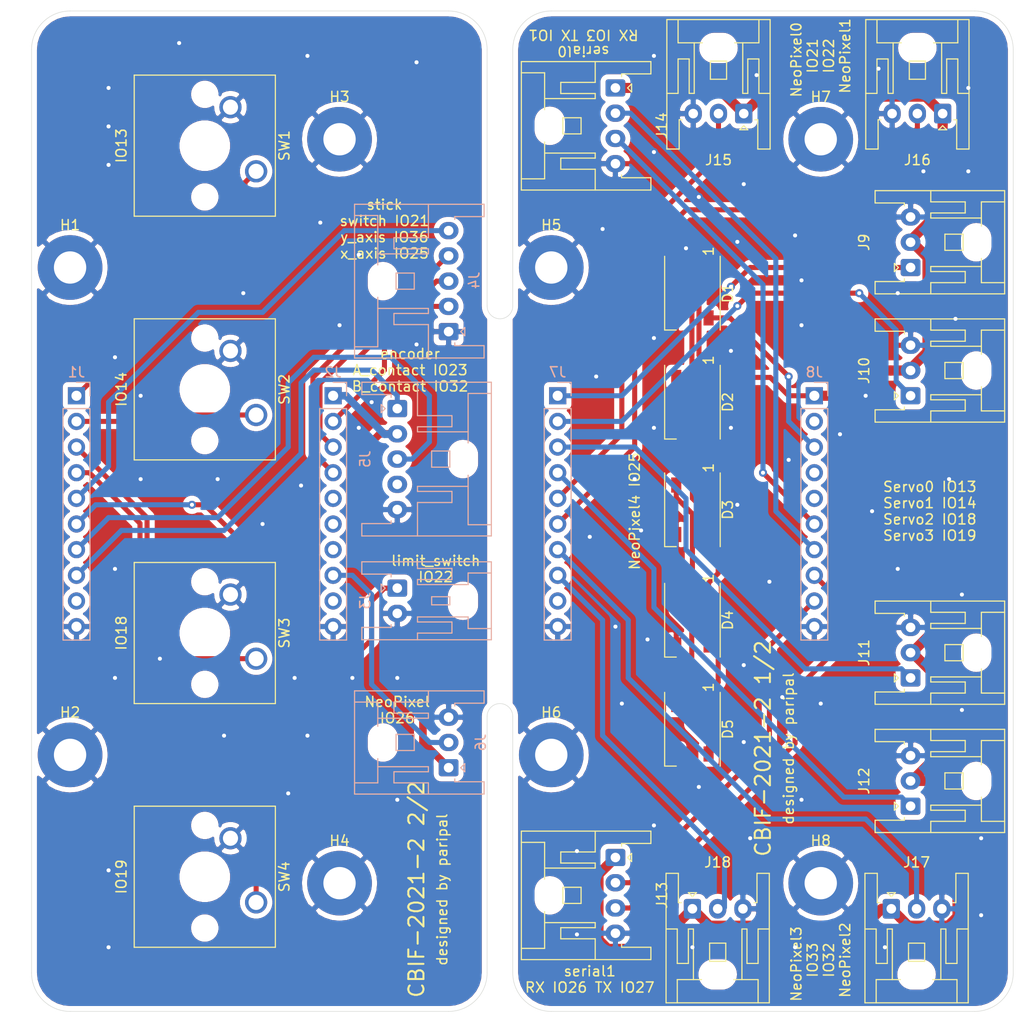
<source format=kicad_pcb>
(kicad_pcb (version 20171130) (host pcbnew "(5.1.5)-3")
  (layers (0 F.Cu signal) (31 B.Cu signal) (34 B.Paste user) (35 F.Paste user) (36 B.SilkS user) (37 F.SilkS user) (38 B.Mask user) (39 F.Mask user) (44 Edge.Cuts user))
  (net 0 "")
  (net 1 GND)
  (net 2 digital8_nc1)
  (net 3 digital7_encoder_b)
  (net 4 digital6_encoder_a)
  (net 5 digital5_lmtsw)
  (net 6 digital4_stick_sw)
  (net 7 digital3_key3)
  (net 8 digital2_key2)
  (net 9 digital1_key1)
  (net 10 digital0_key0)
  (net 11 serial1_TX_nc1)
  (net 12 serial1_RX_as_digital_neopixel)
  (net 13 serial0_TX_nc1)
  (net 14 serial0_RX_nc1)
  (net 15 analog2_pedal)
  (net 16 analog1_stick_y)
  (net 17 analog0_stick_x)
  (net 18 +3V3)
  (net 19 +5V)
  (net 20 "Net-(J5-Pad4)")
  (net 21 +5VA)
  (net 22 "Net-(D1-Pad2)")
  (net 23 analog0_neopixel4)
  (net 24 GNDA)
  (net 25 "Net-(D2-Pad2)")
  (net 26 "Net-(D3-Pad2)")
  (net 27 "Net-(D4-Pad2)")
  (net 28 "Net-(D5-Pad2)")
  (net 29 digital8_nc2)
  (net 30 digital7_neopixel3)
  (net 31 digital6_neopixel2)
  (net 32 digital5_neopixel1)
  (net 33 digital4_neopixel0)
  (net 34 digital3_sv3)
  (net 35 digital2_sv2)
  (net 36 digital1_sv1)
  (net 37 digital0_sv0)
  (net 38 serial1_TX_CAN)
  (net 39 serial1_RX_CAN)
  (net 40 serial0_TX_serial)
  (net 41 serial0_RX_serial)
  (net 42 analog2_nc2)
  (net 43 analog1_nc2)
  (net 44 +3.3VA)
  (module Connector_JST:JST_XA_S03B-XASK-1_1x03_P2.50mm_Horizontal (layer F.Cu) (at 124.46 114.3)
    (fp_text reference J18 (at 2.5 -4.6) (layer F.SilkS))
    (fp_text value Conn_01x03_Female)
    (pad "" np_thru_hole oval (at 2.5 6.5) (size 2.8 2) (drill oval 2.8 2) (layers *.Cu *.Mask))
    (pad 3 thru_hole oval (at 5 0) (size 1.7 1.95) (drill 0.95) (layers *.Cu *.Mask) (net 24 GNDA))
    (pad 2 thru_hole oval (at 2.5 0) (size 1.7 1.95) (drill 0.95) (layers *.Cu *.Mask) (net 30 digital7_neopixel3))
    (pad 1 thru_hole roundrect (at 0 0) (size 1.7 1.95) (drill 0.95) (layers *.Cu *.Mask) (roundrect_rratio 0.147059) (net 21 +5VA))
  )
  (module Connector_JST:JST_XA_S03B-XASK-1_1x03_P2.50mm_Horizontal (layer F.Cu) (at 144.145 114.3)
    (fp_text reference J17 (at 2.5 -4.6) (layer F.SilkS))
    (fp_text value Conn_01x03_Female)
    (pad "" np_thru_hole oval (at 2.5 6.5) (size 2.8 2) (drill oval 2.8 2) (layers *.Cu *.Mask))
    (pad 3 thru_hole oval (at 5 0) (size 1.7 1.95) (drill 0.95) (layers *.Cu *.Mask) (net 24 GNDA))
    (pad 2 thru_hole oval (at 2.5 0) (size 1.7 1.95) (drill 0.95) (layers *.Cu *.Mask) (net 31 digital6_neopixel2))
    (pad 1 thru_hole roundrect (at 0 0) (size 1.7 1.95) (drill 0.95) (layers *.Cu *.Mask) (roundrect_rratio 0.147059) (net 21 +5VA))
  )
  (module Connector_JST:JST_XA_S03B-XASK-1_1x03_P2.50mm_Horizontal (layer F.Cu) (at 149.225 35.56 180)
    (fp_text reference J16 (at 2.5 -4.6) (layer F.SilkS))
    (fp_text value Conn_01x03_Female)
    (pad "" np_thru_hole oval (at 2.5 6.5 180) (size 2.8 2) (drill oval 2.8 2) (layers *.Cu *.Mask))
    (pad 3 thru_hole oval (at 5 0 180) (size 1.7 1.95) (drill 0.95) (layers *.Cu *.Mask) (net 24 GNDA))
    (pad 2 thru_hole oval (at 2.5 0 180) (size 1.7 1.95) (drill 0.95) (layers *.Cu *.Mask) (net 32 digital5_neopixel1))
    (pad 1 thru_hole roundrect (at 0 0 180) (size 1.7 1.95) (drill 0.95) (layers *.Cu *.Mask) (roundrect_rratio 0.147059) (net 21 +5VA))
  )
  (module Connector_JST:JST_XA_S03B-XASK-1_1x03_P2.50mm_Horizontal (layer F.Cu) (at 129.54 35.56 180)
    (fp_text reference J15 (at 2.5 -4.6) (layer F.SilkS))
    (fp_text value Conn_01x03_Female)
    (pad "" np_thru_hole oval (at 2.5 6.5 180) (size 2.8 2) (drill oval 2.8 2) (layers *.Cu *.Mask))
    (pad 3 thru_hole oval (at 5 0 180) (size 1.7 1.95) (drill 0.95) (layers *.Cu *.Mask) (net 24 GNDA))
    (pad 2 thru_hole oval (at 2.5 0 180) (size 1.7 1.95) (drill 0.95) (layers *.Cu *.Mask) (net 33 digital4_neopixel0))
    (pad 1 thru_hole roundrect (at 0 0 180) (size 1.7 1.95) (drill 0.95) (layers *.Cu *.Mask) (roundrect_rratio 0.147059) (net 21 +5VA))
  )
  (module Connector_JST:JST_XA_S04B-XASK-1_1x04_P2.50mm_Horizontal (layer F.Cu) (at 116.84 33.02 270)
    (fp_text reference J14 (at 3.75 -4.6 90) (layer F.SilkS))
    (fp_text value Conn_01x04_Female)
    (pad "" np_thru_hole oval (at 3.75 6.5 270) (size 2.8 2) (drill oval 2.8 2) (layers *.Cu *.Mask))
    (pad 4 thru_hole oval (at 7.5 0 270) (size 1.7 1.95) (drill 0.95) (layers *.Cu *.Mask) (net 24 GNDA))
    (pad 3 thru_hole oval (at 5 0 270) (size 1.7 1.95) (drill 0.95) (layers *.Cu *.Mask) (net 41 serial0_RX_serial))
    (pad 2 thru_hole oval (at 2.5 0 270) (size 1.7 1.95) (drill 0.95) (layers *.Cu *.Mask) (net 40 serial0_TX_serial))
    (pad 1 thru_hole roundrect (at 0 0 270) (size 1.7 1.95) (drill 0.95) (layers *.Cu *.Mask) (roundrect_rratio 0.147059) (net 21 +5VA))
  )
  (module Connector_JST:JST_XA_S04B-XASK-1_1x04_P2.50mm_Horizontal (layer F.Cu) (at 116.84 109.22 270)
    (fp_text reference J13 (at 3.75 -4.6 90) (layer F.SilkS))
    (fp_text value Conn_01x04_Female)
    (pad "" np_thru_hole oval (at 3.75 6.5 270) (size 2.8 2) (drill oval 2.8 2) (layers *.Cu *.Mask))
    (pad 4 thru_hole oval (at 7.5 0 270) (size 1.7 1.95) (drill 0.95) (layers *.Cu *.Mask) (net 24 GNDA))
    (pad 3 thru_hole oval (at 5 0 270) (size 1.7 1.95) (drill 0.95) (layers *.Cu *.Mask) (net 39 serial1_RX_CAN))
    (pad 2 thru_hole oval (at 2.5 0 270) (size 1.7 1.95) (drill 0.95) (layers *.Cu *.Mask) (net 38 serial1_TX_CAN))
    (pad 1 thru_hole roundrect (at 0 0 270) (size 1.7 1.95) (drill 0.95) (layers *.Cu *.Mask) (roundrect_rratio 0.147059) (net 21 +5VA))
  )
  (module Connector_JST:JST_XA_S03B-XASK-1_1x03_P2.50mm_Horizontal (layer F.Cu) (at 146.05 104.14 90)
    (fp_text reference J12 (at 2.5 -4.6 90) (layer F.SilkS))
    (fp_text value Conn_01x03_Female)
    (pad "" np_thru_hole oval (at 2.5 6.5 90) (size 2.8 2) (drill oval 2.8 2) (layers *.Cu *.Mask))
    (pad 3 thru_hole oval (at 5 0 90) (size 1.7 1.95) (drill 0.95) (layers *.Cu *.Mask) (net 24 GNDA))
    (pad 2 thru_hole oval (at 2.5 0 90) (size 1.7 1.95) (drill 0.95) (layers *.Cu *.Mask) (net 21 +5VA))
    (pad 1 thru_hole roundrect (at 0 0 90) (size 1.7 1.95) (drill 0.95) (layers *.Cu *.Mask) (roundrect_rratio 0.147059) (net 34 digital3_sv3))
  )
  (module Connector_JST:JST_XA_S03B-XASK-1_1x03_P2.50mm_Horizontal (layer F.Cu) (at 146.05 91.44 90)
    (fp_text reference J11 (at 2.5 -4.6 90) (layer F.SilkS))
    (fp_text value Conn_01x03_Female)
    (pad "" np_thru_hole oval (at 2.5 6.5 90) (size 2.8 2) (drill oval 2.8 2) (layers *.Cu *.Mask))
    (pad 3 thru_hole oval (at 5 0 90) (size 1.7 1.95) (drill 0.95) (layers *.Cu *.Mask) (net 24 GNDA))
    (pad 2 thru_hole oval (at 2.5 0 90) (size 1.7 1.95) (drill 0.95) (layers *.Cu *.Mask) (net 21 +5VA))
    (pad 1 thru_hole roundrect (at 0 0 90) (size 1.7 1.95) (drill 0.95) (layers *.Cu *.Mask) (roundrect_rratio 0.147059) (net 35 digital2_sv2))
  )
  (module Connector_JST:JST_XA_S03B-XASK-1_1x03_P2.50mm_Horizontal (layer F.Cu) (at 146.05 63.5 90)
    (fp_text reference J10 (at 2.5 -4.6 90) (layer F.SilkS))
    (fp_text value Conn_01x03_Female)
    (pad "" np_thru_hole oval (at 2.5 6.5 90) (size 2.8 2) (drill oval 2.8 2) (layers *.Cu *.Mask))
    (pad 3 thru_hole oval (at 5 0 90) (size 1.7 1.95) (drill 0.95) (layers *.Cu *.Mask) (net 24 GNDA))
    (pad 2 thru_hole oval (at 2.5 0 90) (size 1.7 1.95) (drill 0.95) (layers *.Cu *.Mask) (net 21 +5VA))
    (pad 1 thru_hole roundrect (at 0 0 90) (size 1.7 1.95) (drill 0.95) (layers *.Cu *.Mask) (roundrect_rratio 0.147059) (net 36 digital1_sv1))
  )
  (module Connector_JST:JST_XA_S03B-XASK-1_1x03_P2.50mm_Horizontal (layer F.Cu) (at 146.05 50.8 90)
    (fp_text reference J9 (at 2.5 -4.6 90) (layer F.SilkS))
    (fp_text value Conn_01x03_Female)
    (pad "" np_thru_hole oval (at 2.5 6.5 90) (size 2.8 2) (drill oval 2.8 2) (layers *.Cu *.Mask))
    (pad 3 thru_hole oval (at 5 0 90) (size 1.7 1.95) (drill 0.95) (layers *.Cu *.Mask) (net 24 GNDA))
    (pad 2 thru_hole oval (at 2.5 0 90) (size 1.7 1.95) (drill 0.95) (layers *.Cu *.Mask) (net 21 +5VA))
    (pad 1 thru_hole roundrect (at 0 0 90) (size 1.7 1.95) (drill 0.95) (layers *.Cu *.Mask) (roundrect_rratio 0.147059) (net 37 digital0_sv0))
  )
  (module Connector_PinHeader_2.54mm:PinHeader_1x10_P2.54mm_Vertical (layer B.Cu) (at 136.525 63.5 180)
    (fp_text reference J8 (at 0 2.33) (layer B.SilkS) (effects (justify mirror)))
    (fp_text value Conn_01x10_Male)
    (pad 10 thru_hole oval (at 0 -22.86 180) (size 1.7 1.7) (drill 1) (layers *.Cu *.Mask) (net 24 GNDA))
    (pad 9 thru_hole oval (at 0 -20.32 180) (size 1.7 1.7) (drill 1) (layers *.Cu *.Mask) (net 38 serial1_TX_CAN))
    (pad 8 thru_hole oval (at 0 -17.78 180) (size 1.7 1.7) (drill 1) (layers *.Cu *.Mask) (net 39 serial1_RX_CAN))
    (pad 7 thru_hole oval (at 0 -15.24 180) (size 1.7 1.7) (drill 1) (layers *.Cu *.Mask) (net 40 serial0_TX_serial))
    (pad 6 thru_hole oval (at 0 -12.7 180) (size 1.7 1.7) (drill 1) (layers *.Cu *.Mask) (net 41 serial0_RX_serial))
    (pad 5 thru_hole oval (at 0 -10.16 180) (size 1.7 1.7) (drill 1) (layers *.Cu *.Mask) (net 42 analog2_nc2))
    (pad 4 thru_hole oval (at 0 -7.62 180) (size 1.7 1.7) (drill 1) (layers *.Cu *.Mask) (net 43 analog1_nc2))
    (pad 3 thru_hole oval (at 0 -5.08 180) (size 1.7 1.7) (drill 1) (layers *.Cu *.Mask) (net 23 analog0_neopixel4))
    (pad 2 thru_hole oval (at 0 -2.54 180) (size 1.7 1.7) (drill 1) (layers *.Cu *.Mask) (net 44 +3.3VA))
    (pad 1 thru_hole rect (at 0 0 180) (size 1.7 1.7) (drill 1) (layers *.Cu *.Mask) (net 21 +5VA))
  )
  (module Connector_PinHeader_2.54mm:PinHeader_1x10_P2.54mm_Vertical (layer B.Cu) (at 111.125 63.5 180)
    (fp_text reference J7 (at 0 2.33) (layer B.SilkS) (effects (justify mirror)))
    (fp_text value Conn_01x10_Male)
    (pad 10 thru_hole oval (at 0 -22.86 180) (size 1.7 1.7) (drill 1) (layers *.Cu *.Mask) (net 24 GNDA))
    (pad 9 thru_hole oval (at 0 -20.32 180) (size 1.7 1.7) (drill 1) (layers *.Cu *.Mask) (net 29 digital8_nc2))
    (pad 8 thru_hole oval (at 0 -17.78 180) (size 1.7 1.7) (drill 1) (layers *.Cu *.Mask) (net 30 digital7_neopixel3))
    (pad 7 thru_hole oval (at 0 -15.24 180) (size 1.7 1.7) (drill 1) (layers *.Cu *.Mask) (net 31 digital6_neopixel2))
    (pad 6 thru_hole oval (at 0 -12.7 180) (size 1.7 1.7) (drill 1) (layers *.Cu *.Mask) (net 32 digital5_neopixel1))
    (pad 5 thru_hole oval (at 0 -10.16 180) (size 1.7 1.7) (drill 1) (layers *.Cu *.Mask) (net 33 digital4_neopixel0))
    (pad 4 thru_hole oval (at 0 -7.62 180) (size 1.7 1.7) (drill 1) (layers *.Cu *.Mask) (net 34 digital3_sv3))
    (pad 3 thru_hole oval (at 0 -5.08 180) (size 1.7 1.7) (drill 1) (layers *.Cu *.Mask) (net 35 digital2_sv2))
    (pad 2 thru_hole oval (at 0 -2.54 180) (size 1.7 1.7) (drill 1) (layers *.Cu *.Mask) (net 36 digital1_sv1))
    (pad 1 thru_hole rect (at 0 0 180) (size 1.7 1.7) (drill 1) (layers *.Cu *.Mask) (net 37 digital0_sv0))
  )
  (module MountingHole:MountingHole_3.2mm_M3_Pad (layer F.Cu) (at 137.16 111.76)
    (fp_text reference H8 (at 0 -4.2) (layer F.SilkS))
    (fp_text value MountingHole_Pad)
    (pad 1 thru_hole circle (at 0 0) (size 6.4 6.4) (drill 3.2) (layers *.Cu *.Mask) (net 24 GNDA))
  )
  (module MountingHole:MountingHole_3.2mm_M3_Pad (layer F.Cu) (at 137.16 38.1)
    (fp_text reference H7 (at 0 -4.2) (layer F.SilkS))
    (fp_text value MountingHole_Pad)
    (pad 1 thru_hole circle (at 0 0) (size 6.4 6.4) (drill 3.2) (layers *.Cu *.Mask) (net 24 GNDA))
  )
  (module MountingHole:MountingHole_3.2mm_M3_Pad (layer F.Cu) (at 110.49 99.06)
    (fp_text reference H6 (at 0 -4.2) (layer F.SilkS))
    (fp_text value MountingHole_Pad)
    (pad 1 thru_hole circle (at 0 0) (size 6.4 6.4) (drill 3.2) (layers *.Cu *.Mask) (net 24 GNDA))
  )
  (module MountingHole:MountingHole_3.2mm_M3_Pad (layer F.Cu) (at 110.49 50.8)
    (fp_text reference H5 (at 0 -4.2) (layer F.SilkS))
    (fp_text value MountingHole_Pad)
    (pad 1 thru_hole circle (at 0 0) (size 6.4 6.4) (drill 3.2) (layers *.Cu *.Mask) (net 24 GNDA))
  )
  (module LED_SMD:LED_WS2812B_PLCC4_5.0x5.0mm_P3.2mm (layer F.Cu) (at 124.46 96.52 270)
    (fp_text reference D5 (at 0 -3.5 90) (layer F.SilkS))
    (fp_text value WS2812B)
    (fp_text user 1 (at -4.15 -1.6 90) (layer F.SilkS))
    (pad 1 smd rect (at -2.45 -1.6 270) (size 1.5 1) (layers F.Cu F.Paste F.Mask) (net 21 +5VA))
    (pad 2 smd rect (at -2.45 1.6 270) (size 1.5 1) (layers F.Cu F.Paste F.Mask) (net 28 "Net-(D5-Pad2)"))
    (pad 4 smd rect (at 2.45 -1.6 270) (size 1.5 1) (layers F.Cu F.Paste F.Mask) (net 27 "Net-(D4-Pad2)"))
    (pad 3 smd rect (at 2.45 1.6 270) (size 1.5 1) (layers F.Cu F.Paste F.Mask) (net 24 GNDA))
  )
  (module LED_SMD:LED_WS2812B_PLCC4_5.0x5.0mm_P3.2mm (layer F.Cu) (at 124.46 85.725 270)
    (fp_text reference D4 (at 0 -3.5 90) (layer F.SilkS))
    (fp_text value WS2812B)
    (fp_text user 1 (at -4.15 -1.6 90) (layer F.SilkS))
    (pad 1 smd rect (at -2.45 -1.6 270) (size 1.5 1) (layers F.Cu F.Paste F.Mask) (net 21 +5VA))
    (pad 2 smd rect (at -2.45 1.6 270) (size 1.5 1) (layers F.Cu F.Paste F.Mask) (net 27 "Net-(D4-Pad2)"))
    (pad 4 smd rect (at 2.45 -1.6 270) (size 1.5 1) (layers F.Cu F.Paste F.Mask) (net 26 "Net-(D3-Pad2)"))
    (pad 3 smd rect (at 2.45 1.6 270) (size 1.5 1) (layers F.Cu F.Paste F.Mask) (net 24 GNDA))
  )
  (module LED_SMD:LED_WS2812B_PLCC4_5.0x5.0mm_P3.2mm (layer F.Cu) (at 124.46 74.79 270)
    (fp_text reference D3 (at 0 -3.5 90) (layer F.SilkS))
    (fp_text value WS2812B)
    (fp_text user 1 (at -4.15 -1.6 90) (layer F.SilkS))
    (pad 1 smd rect (at -2.45 -1.6 270) (size 1.5 1) (layers F.Cu F.Paste F.Mask) (net 21 +5VA))
    (pad 2 smd rect (at -2.45 1.6 270) (size 1.5 1) (layers F.Cu F.Paste F.Mask) (net 26 "Net-(D3-Pad2)"))
    (pad 4 smd rect (at 2.45 -1.6 270) (size 1.5 1) (layers F.Cu F.Paste F.Mask) (net 25 "Net-(D2-Pad2)"))
    (pad 3 smd rect (at 2.45 1.6 270) (size 1.5 1) (layers F.Cu F.Paste F.Mask) (net 24 GNDA))
  )
  (module LED_SMD:LED_WS2812B_PLCC4_5.0x5.0mm_P3.2mm (layer F.Cu) (at 124.46 64.135 270)
    (fp_text reference D2 (at 0 -3.5 90) (layer F.SilkS))
    (fp_text value WS2812B)
    (fp_text user 1 (at -4.15 -1.6 90) (layer F.SilkS))
    (pad 1 smd rect (at -2.45 -1.6 270) (size 1.5 1) (layers F.Cu F.Paste F.Mask) (net 21 +5VA))
    (pad 2 smd rect (at -2.45 1.6 270) (size 1.5 1) (layers F.Cu F.Paste F.Mask) (net 25 "Net-(D2-Pad2)"))
    (pad 4 smd rect (at 2.45 -1.6 270) (size 1.5 1) (layers F.Cu F.Paste F.Mask) (net 22 "Net-(D1-Pad2)"))
    (pad 3 smd rect (at 2.45 1.6 270) (size 1.5 1) (layers F.Cu F.Paste F.Mask) (net 24 GNDA))
  )
  (module LED_SMD:LED_WS2812B_PLCC4_5.0x5.0mm_P3.2mm (layer F.Cu) (at 124.46 53.34 270)
    (fp_text reference D1 (at 0 -3.5 90) (layer F.SilkS))
    (fp_text value WS2812B)
    (fp_text user 1 (at -4.15 -1.6 90) (layer F.SilkS))
    (pad 1 smd rect (at -2.45 -1.6 270) (size 1.5 1) (layers F.Cu F.Paste F.Mask) (net 21 +5VA))
    (pad 2 smd rect (at -2.45 1.6 270) (size 1.5 1) (layers F.Cu F.Paste F.Mask) (net 22 "Net-(D1-Pad2)"))
    (pad 4 smd rect (at 2.45 -1.6 270) (size 1.5 1) (layers F.Cu F.Paste F.Mask) (net 23 analog0_neopixel4))
    (pad 3 smd rect (at 2.45 1.6 270) (size 1.5 1) (layers F.Cu F.Paste F.Mask) (net 24 GNDA))
  )
  (module MountingHole:MountingHole_3.2mm_M3_Pad (layer F.Cu) (at 89.535 111.76)
    (fp_text reference H4 (at 0 -4.2) (layer F.SilkS))
    (fp_text value MountingHole_Pad)
    (pad 1 thru_hole circle (at 0 0) (size 6.4 6.4) (drill 3.2) (layers *.Cu *.Mask) (net 1 GND))
  )
  (module MountingHole:MountingHole_3.2mm_M3_Pad (layer F.Cu) (at 89.535 38.1)
    (fp_text reference H3 (at 0 -4.2) (layer F.SilkS))
    (fp_text value MountingHole_Pad)
    (pad 1 thru_hole circle (at 0 0) (size 6.4 6.4) (drill 3.2) (layers *.Cu *.Mask) (net 1 GND))
  )
  (module MountingHole:MountingHole_3.2mm_M3_Pad (layer F.Cu) (at 62.865 99.06)
    (fp_text reference H2 (at 0 -4.2) (layer F.SilkS))
    (fp_text value MountingHole_Pad)
    (pad 1 thru_hole circle (at 0 0) (size 6.4 6.4) (drill 3.2) (layers *.Cu *.Mask) (net 1 GND))
  )
  (module MountingHole:MountingHole_3.2mm_M3_Pad (layer F.Cu) (at 62.865 50.8)
    (fp_text reference H1 (at 0 -4.2) (layer F.SilkS))
    (fp_text value MountingHole_Pad)
    (pad 1 thru_hole circle (at 0 0) (size 6.4 6.4) (drill 3.2) (layers *.Cu *.Mask) (net 1 GND))
  )
  (module Button_Switch_Keyboard:SW_Cherry_MX_1.25u_PCB (layer F.Cu) (at 81.28 113.665 270)
    (fp_text reference SW4 (at -2.54 -2.794 90) (layer F.SilkS))
    (fp_text value SW_Push)
    (pad "" np_thru_hole circle (at 2.54 5.08 270) (size 1.7 1.7) (drill 1.7) (layers *.Cu *.Mask))
    (pad "" np_thru_hole circle (at -7.62 5.08 270) (size 1.7 1.7) (drill 1.7) (layers *.Cu *.Mask))
    (pad "" np_thru_hole circle (at -2.54 5.08 270) (size 4 4) (drill 4) (layers *.Cu *.Mask))
    (pad 2 thru_hole circle (at -6.35 2.54 270) (size 2.2 2.2) (drill 1.5) (layers *.Cu *.Mask) (net 1 GND))
    (pad 1 thru_hole circle (at 0 0 270) (size 2.2 2.2) (drill 1.5) (layers *.Cu *.Mask) (net 7 digital3_key3))
  )
  (module Button_Switch_Keyboard:SW_Cherry_MX_1.25u_PCB (layer F.Cu) (at 81.28 89.535 270)
    (fp_text reference SW3 (at -2.54 -2.794 90) (layer F.SilkS))
    (fp_text value SW_Push)
    (pad "" np_thru_hole circle (at 2.54 5.08 270) (size 1.7 1.7) (drill 1.7) (layers *.Cu *.Mask))
    (pad "" np_thru_hole circle (at -7.62 5.08 270) (size 1.7 1.7) (drill 1.7) (layers *.Cu *.Mask))
    (pad "" np_thru_hole circle (at -2.54 5.08 270) (size 4 4) (drill 4) (layers *.Cu *.Mask))
    (pad 2 thru_hole circle (at -6.35 2.54 270) (size 2.2 2.2) (drill 1.5) (layers *.Cu *.Mask) (net 1 GND))
    (pad 1 thru_hole circle (at 0 0 270) (size 2.2 2.2) (drill 1.5) (layers *.Cu *.Mask) (net 8 digital2_key2))
  )
  (module Button_Switch_Keyboard:SW_Cherry_MX_1.25u_PCB (layer F.Cu) (at 81.28 65.405 270)
    (fp_text reference SW2 (at -2.54 -2.794 90) (layer F.SilkS))
    (fp_text value SW_Push)
    (pad "" np_thru_hole circle (at 2.54 5.08 270) (size 1.7 1.7) (drill 1.7) (layers *.Cu *.Mask))
    (pad "" np_thru_hole circle (at -7.62 5.08 270) (size 1.7 1.7) (drill 1.7) (layers *.Cu *.Mask))
    (pad "" np_thru_hole circle (at -2.54 5.08 270) (size 4 4) (drill 4) (layers *.Cu *.Mask))
    (pad 2 thru_hole circle (at -6.35 2.54 270) (size 2.2 2.2) (drill 1.5) (layers *.Cu *.Mask) (net 1 GND))
    (pad 1 thru_hole circle (at 0 0 270) (size 2.2 2.2) (drill 1.5) (layers *.Cu *.Mask) (net 9 digital1_key1))
  )
  (module Button_Switch_Keyboard:SW_Cherry_MX_1.25u_PCB (layer F.Cu) (at 81.28 41.275 270)
    (fp_text reference SW1 (at -2.54 -2.794 90) (layer F.SilkS))
    (fp_text value SW_Push)
    (pad "" np_thru_hole circle (at 2.54 5.08 270) (size 1.7 1.7) (drill 1.7) (layers *.Cu *.Mask))
    (pad "" np_thru_hole circle (at -7.62 5.08 270) (size 1.7 1.7) (drill 1.7) (layers *.Cu *.Mask))
    (pad "" np_thru_hole circle (at -2.54 5.08 270) (size 4 4) (drill 4) (layers *.Cu *.Mask))
    (pad 2 thru_hole circle (at -6.35 2.54 270) (size 2.2 2.2) (drill 1.5) (layers *.Cu *.Mask) (net 1 GND))
    (pad 1 thru_hole circle (at 0 0 270) (size 2.2 2.2) (drill 1.5) (layers *.Cu *.Mask) (net 10 digital0_key0))
  )
  (module Connector_JST:JST_XA_S03B-XASK-1_1x03_P2.50mm_Horizontal (layer B.Cu) (at 100.33 100.33 90)
    (fp_text reference J6 (at 2.5 3.175 270) (layer B.SilkS) (effects (justify mirror)))
    (fp_text value Conn_01x03_Female)
    (pad "" np_thru_hole oval (at 2.5 -6.5 90) (size 2.8 2) (drill oval 2.8 2) (layers *.Cu *.Mask))
    (pad 3 thru_hole oval (at 5 0 90) (size 1.7 1.95) (drill 0.95) (layers *.Cu *.Mask) (net 1 GND))
    (pad 2 thru_hole oval (at 2.5 0 90) (size 1.7 1.95) (drill 0.95) (layers *.Cu *.Mask) (net 12 serial1_RX_as_digital_neopixel))
    (pad 1 thru_hole roundrect (at 0 0 90) (size 1.7 1.95) (drill 0.95) (layers *.Cu *.Mask) (roundrect_rratio 0.147059) (net 19 +5V))
  )
  (module Connector_JST:JST_XA_S05B-XASK-1_1x05_P2.50mm_Horizontal (layer B.Cu) (at 95.25 64.77 270)
    (fp_text reference J5 (at 5 3.175 270) (layer B.SilkS) (effects (justify mirror)))
    (fp_text value Conn_01x05_Female)
    (pad "" np_thru_hole oval (at 5 -6.5 270) (size 2.8 2) (drill oval 2.8 2) (layers *.Cu *.Mask))
    (pad 5 thru_hole oval (at 10 0 270) (size 1.7 1.95) (drill 0.95) (layers *.Cu *.Mask) (net 1 GND))
    (pad 4 thru_hole oval (at 7.5 0 270) (size 1.7 1.95) (drill 0.95) (layers *.Cu *.Mask) (net 20 "Net-(J5-Pad4)"))
    (pad 3 thru_hole oval (at 5 0 270) (size 1.7 1.95) (drill 0.95) (layers *.Cu *.Mask) (net 4 digital6_encoder_a))
    (pad 2 thru_hole oval (at 2.5 0 270) (size 1.7 1.95) (drill 0.95) (layers *.Cu *.Mask) (net 19 +5V))
    (pad 1 thru_hole roundrect (at 0 0 270) (size 1.7 1.95) (drill 0.95) (layers *.Cu *.Mask) (roundrect_rratio 0.147059) (net 3 digital7_encoder_b))
  )
  (module Connector_JST:JST_XA_S05B-XASK-1_1x05_P2.50mm_Horizontal (layer B.Cu) (at 100.33 57.15 90)
    (fp_text reference J4 (at 5.08 2.54 -90) (layer B.SilkS) (effects (justify mirror)))
    (fp_text value Conn_01x05_Female)
    (pad "" np_thru_hole oval (at 5 -6.5 90) (size 2.8 2) (drill oval 2.8 2) (layers *.Cu *.Mask))
    (pad 5 thru_hole oval (at 10 0 90) (size 1.7 1.95) (drill 0.95) (layers *.Cu *.Mask) (net 6 digital4_stick_sw))
    (pad 4 thru_hole oval (at 7.5 0 90) (size 1.7 1.95) (drill 0.95) (layers *.Cu *.Mask) (net 16 analog1_stick_y))
    (pad 3 thru_hole oval (at 5 0 90) (size 1.7 1.95) (drill 0.95) (layers *.Cu *.Mask) (net 17 analog0_stick_x))
    (pad 2 thru_hole oval (at 2.5 0 90) (size 1.7 1.95) (drill 0.95) (layers *.Cu *.Mask) (net 18 +3V3))
    (pad 1 thru_hole roundrect (at 0 0 90) (size 1.7 1.95) (drill 0.95) (layers *.Cu *.Mask) (roundrect_rratio 0.147059) (net 1 GND))
  )
  (module Connector_JST:JST_XA_S02B-XASK-1_1x02_P2.50mm_Horizontal (layer B.Cu) (at 95.25 82.55 270)
    (fp_text reference J3 (at 1.25 3.175 270) (layer B.SilkS) (effects (justify mirror)))
    (fp_text value Conn_01x02_Female)
    (pad "" np_thru_hole oval (at 1.25 -6.5 270) (size 2.8 2) (drill oval 2.8 2) (layers *.Cu *.Mask))
    (pad 2 thru_hole oval (at 2.5 0 270) (size 1.7 1.95) (drill 0.95) (layers *.Cu *.Mask) (net 1 GND))
    (pad 1 thru_hole roundrect (at 0 0 270) (size 1.7 1.95) (drill 0.95) (layers *.Cu *.Mask) (roundrect_rratio 0.147059) (net 5 digital5_lmtsw))
  )
  (module Connector_PinHeader_2.54mm:PinHeader_1x10_P2.54mm_Vertical (layer B.Cu) (at 88.9 63.5 180)
    (fp_text reference J2 (at 0 2.33) (layer B.SilkS) (effects (justify mirror)))
    (fp_text value Conn_01x10_Male)
    (pad 10 thru_hole oval (at 0 -22.86 180) (size 1.7 1.7) (drill 1) (layers *.Cu *.Mask) (net 1 GND))
    (pad 9 thru_hole oval (at 0 -20.32 180) (size 1.7 1.7) (drill 1) (layers *.Cu *.Mask) (net 11 serial1_TX_nc1))
    (pad 8 thru_hole oval (at 0 -17.78 180) (size 1.7 1.7) (drill 1) (layers *.Cu *.Mask) (net 12 serial1_RX_as_digital_neopixel))
    (pad 7 thru_hole oval (at 0 -15.24 180) (size 1.7 1.7) (drill 1) (layers *.Cu *.Mask) (net 13 serial0_TX_nc1))
    (pad 6 thru_hole oval (at 0 -12.7 180) (size 1.7 1.7) (drill 1) (layers *.Cu *.Mask) (net 14 serial0_RX_nc1))
    (pad 5 thru_hole oval (at 0 -10.16 180) (size 1.7 1.7) (drill 1) (layers *.Cu *.Mask) (net 15 analog2_pedal))
    (pad 4 thru_hole oval (at 0 -7.62 180) (size 1.7 1.7) (drill 1) (layers *.Cu *.Mask) (net 16 analog1_stick_y))
    (pad 3 thru_hole oval (at 0 -5.08 180) (size 1.7 1.7) (drill 1) (layers *.Cu *.Mask) (net 17 analog0_stick_x))
    (pad 2 thru_hole oval (at 0 -2.54 180) (size 1.7 1.7) (drill 1) (layers *.Cu *.Mask) (net 18 +3V3))
    (pad 1 thru_hole rect (at 0 0 180) (size 1.7 1.7) (drill 1) (layers *.Cu *.Mask) (net 19 +5V))
  )
  (module Connector_PinHeader_2.54mm:PinHeader_1x10_P2.54mm_Vertical (layer B.Cu) (at 63.5 63.5 180)
    (fp_text reference J1 (at 0 2.33) (layer B.SilkS) (effects (justify mirror)))
    (fp_text value Conn_01x10_Male)
    (pad 10 thru_hole oval (at 0 -22.86 180) (size 1.7 1.7) (drill 1) (layers *.Cu *.Mask) (net 1 GND))
    (pad 9 thru_hole oval (at 0 -20.32 180) (size 1.7 1.7) (drill 1) (layers *.Cu *.Mask) (net 2 digital8_nc1))
    (pad 8 thru_hole oval (at 0 -17.78 180) (size 1.7 1.7) (drill 1) (layers *.Cu *.Mask) (net 3 digital7_encoder_b))
    (pad 7 thru_hole oval (at 0 -15.24 180) (size 1.7 1.7) (drill 1) (layers *.Cu *.Mask) (net 4 digital6_encoder_a))
    (pad 6 thru_hole oval (at 0 -12.7 180) (size 1.7 1.7) (drill 1) (layers *.Cu *.Mask) (net 5 digital5_lmtsw))
    (pad 5 thru_hole oval (at 0 -10.16 180) (size 1.7 1.7) (drill 1) (layers *.Cu *.Mask) (net 6 digital4_stick_sw))
    (pad 4 thru_hole oval (at 0 -7.62 180) (size 1.7 1.7) (drill 1) (layers *.Cu *.Mask) (net 7 digital3_key3))
    (pad 3 thru_hole oval (at 0 -5.08 180) (size 1.7 1.7) (drill 1) (layers *.Cu *.Mask) (net 8 digital2_key2))
    (pad 2 thru_hole oval (at 0 -2.54 180) (size 1.7 1.7) (drill 1) (layers *.Cu *.Mask) (net 9 digital1_key1))
    (pad 1 thru_hole rect (at 0 0 180) (size 1.7 1.7) (drill 1) (layers *.Cu *.Mask) (net 10 digital0_key0))
  )
  (gr_text "designed by paripal" (at 99.695 112.395 90) (layer F.SilkS) (effects (font (size 1 1))))
  (gr_text "CBIF-2021-2 2/2" (at 97.155 112.395 90) (layer F.SilkS) (effects (font (size 1.5 1.5) (thickness 0.2))))
  (gr_text "designed by paripal" (at 133.985 98.425 90) (layer F.SilkS) (effects (font (size 1 1))))
  (gr_text "CBIF-2021-2 1/2" (at 131.445 98.425 90) (layer F.SilkS) (effects (font (size 1.5 1.5) (thickness 0.2))))
  (gr_text "NeoPixel\nIO26" (at 95.25 94.615) (layer F.SilkS) (effects (font (size 1 1))))
  (gr_text "limit_switch\nIO22" (at 99.06 80.645) (layer F.SilkS) (effects (font (size 1 1))))
  (gr_text "encoder\nA_contact IO23\nB_contact IO32" (at 96.52 60.96) (layer F.SilkS) (effects (font (size 1 1))))
  (gr_text "stick\nswitch IO21\ny_axis IO36\nx_axis IO25" (at 93.98 46.99) (layer F.SilkS) (effects (font (size 1 1))))
  (gr_text IO19 (at 67.945 111.125 90) (layer F.SilkS) (effects (font (size 1 1))))
  (gr_text IO18 (at 67.945 86.995 90) (layer F.SilkS) (effects (font (size 1 1))))
  (gr_text IO14 (at 67.945 62.865 90) (layer F.SilkS) (effects (font (size 1 1))))
  (gr_text IO13 (at 67.945 38.735 90) (layer F.SilkS) (effects (font (size 1 1))))
  (gr_text "NeoPixel4 IO25" (at 118.745 74.93 90) (layer F.SilkS) (effects (font (size 1 1))))
  (gr_text "NeoPixel3 \nIO33\nIO32\nNeoPixel2" (at 137.16 119.38 90) (layer F.SilkS) (effects (font (size 1 1))))
  (gr_text "NeoPixel0 \nIO21\nIO22\nNeoPixel1" (at 137.16 29.845 90) (layer F.SilkS) (effects (font (size 1 1))))
  (gr_text "Servo0 IO13\nServo1 IO14\nServo2 IO18\nServo3 IO19" (at 147.955 74.93) (layer F.SilkS) (effects (font (size 1 1))))
  (gr_line (start 104.14 54.61) (end 104.14 29.21) (layer Edge.Cuts) (width 0.05))
  (gr_arc (start 105.41 54.61) (end 104.14 54.61) (angle -180) (layer Edge.Cuts) (width 0.05))
  (gr_arc (start 105.41 95.25) (end 106.68 95.25) (angle -180) (layer Edge.Cuts) (width 0.05))
  (gr_line (start 106.68 54.61) (end 106.68 29.21) (layer Edge.Cuts) (width 0.05))
  (gr_line (start 106.68 120.65) (end 106.68 95.25) (layer Edge.Cuts) (width 0.05))
  (gr_line (start 152.4 124.46) (end 110.49 124.46) (layer Edge.Cuts) (width 0.05))
  (gr_line (start 156.21 29.21) (end 156.21 120.65) (layer Edge.Cuts) (width 0.05))
  (gr_line (start 110.49 25.4) (end 152.4 25.4) (layer Edge.Cuts) (width 0.05))
  (gr_arc (start 110.49 29.21) (end 110.49 25.4) (angle -90) (layer Edge.Cuts) (width 0.05))
  (gr_arc (start 152.4 29.21) (end 156.21 29.21) (angle -90) (layer Edge.Cuts) (width 0.05))
  (gr_arc (start 152.4 120.65) (end 152.4 124.46) (angle -90) (layer Edge.Cuts) (width 0.05))
  (gr_arc (start 110.49 120.65) (end 106.68 120.65) (angle -90) (layer Edge.Cuts) (width 0.05))
  (gr_text "serial1\nRX IO26 TX IO27" (at 114.3 121.285) (layer F.SilkS) (effects (font (size 1 1))))
  (gr_text "serial0\nRX IO3 TX IO1" (at 113.665 28.575 180) (layer F.SilkS) (effects (font (size 1 1))))
  (gr_line (start 62.865 124.46) (end 100.33 124.46) (layer Edge.Cuts) (width 0.05))
  (gr_line (start 100.33 25.4) (end 62.865 25.4) (layer Edge.Cuts) (width 0.05))
  (gr_line (start 104.14 120.65) (end 104.14 95.25) (layer Edge.Cuts) (width 0.05))
  (gr_arc (start 100.33 120.65) (end 100.33 124.46) (angle -90) (layer Edge.Cuts) (width 0.05))
  (gr_arc (start 62.865 120.65) (end 59.055 120.65) (angle -90) (layer Edge.Cuts) (width 0.05))
  (gr_arc (start 100.33 29.21) (end 104.14 29.21) (angle -90) (layer Edge.Cuts) (width 0.05))
  (gr_arc (start 62.865 29.21) (end 62.865 25.4) (angle -90) (layer Edge.Cuts) (width 0.05))
  (gr_line (start 59.055 120.65) (end 59.055 29.21) (layer Edge.Cuts) (width 0.05))
  (via (at 91.44 66.675) (size 0.8) (drill 0.4) (layers F.Cu B.Cu) (net 1))
  (via (at 92.71 64.135) (size 0.8) (drill 0.4) (layers F.Cu B.Cu) (net 1))
  (via (at 85.725 72.39) (size 0.8) (drill 0.4) (layers F.Cu B.Cu) (net 1))
  (via (at 81.915 76.2) (size 0.8) (drill 0.4) (layers F.Cu B.Cu) (net 1))
  (via (at 77.47 71.755) (size 0.8) (drill 0.4) (layers F.Cu B.Cu) (net 1))
  (via (at 69.85 71.755) (size 0.8) (drill 0.4) (layers F.Cu B.Cu) (net 1))
  (via (at 69.85 63.5) (size 0.8) (drill 0.4) (layers F.Cu B.Cu) (net 1))
  (via (at 67.31 59.69) (size 0.8) (drill 0.4) (layers F.Cu B.Cu) (net 1))
  (via (at 67.31 80.645) (size 0.8) (drill 0.4) (layers F.Cu B.Cu) (net 1))
  (via (at 80.01 53.34) (size 0.8) (drill 0.4) (layers F.Cu B.Cu) (net 1))
  (via (at 91.44 49.53) (size 0.8) (drill 0.4) (layers F.Cu B.Cu) (net 1))
  (via (at 87.63 46.355) (size 0.8) (drill 0.4) (layers F.Cu B.Cu) (net 1))
  (via (at 66.675 33.02) (size 0.8) (drill 0.4) (layers F.Cu B.Cu) (net 1))
  (via (at 66.675 36.83) (size 0.8) (drill 0.4) (layers F.Cu B.Cu) (net 1))
  (via (at 66.675 40.64) (size 0.8) (drill 0.4) (layers F.Cu B.Cu) (net 1))
  (via (at 97.155 30.48) (size 0.8) (drill 0.4) (layers F.Cu B.Cu) (net 1))
  (via (at 86.36 29.845) (size 0.8) (drill 0.4) (layers F.Cu B.Cu) (net 1))
  (via (at 73.66 28.575) (size 0.8) (drill 0.4) (layers F.Cu B.Cu) (net 1))
  (via (at 89.535 56.515) (size 0.8) (drill 0.4) (layers F.Cu B.Cu) (net 1))
  (via (at 97.155 58.42) (size 0.8) (drill 0.4) (layers F.Cu B.Cu) (net 1))
  (via (at 90.805 91.44) (size 0.8) (drill 0.4) (layers F.Cu B.Cu) (net 1))
  (via (at 85.09 91.44) (size 0.8) (drill 0.4) (layers F.Cu B.Cu) (net 1))
  (via (at 95.25 91.44) (size 0.8) (drill 0.4) (layers F.Cu B.Cu) (net 1))
  (via (at 78.105 97.155) (size 0.8) (drill 0.4) (layers F.Cu B.Cu) (net 1))
  (via (at 84.455 102.87) (size 0.8) (drill 0.4) (layers F.Cu B.Cu) (net 1))
  (via (at 86.36 97.155) (size 0.8) (drill 0.4) (layers F.Cu B.Cu) (net 1))
  (via (at 95.25 103.505) (size 0.8) (drill 0.4) (layers F.Cu B.Cu) (net 1))
  (via (at 66.675 110.49) (size 0.8) (drill 0.4) (layers F.Cu B.Cu) (net 1))
  (via (at 66.675 118.11) (size 0.8) (drill 0.4) (layers F.Cu B.Cu) (net 1))
  (via (at 67.31 91.44) (size 0.8) (drill 0.4) (layers F.Cu B.Cu) (net 1))
  (via (at 71.755 89.535) (size 0.8) (drill 0.4) (layers F.Cu B.Cu) (net 1))
  (segment (start 95.25 64.77) (end 95.25 63.5) (width 0.5) (layer B.Cu) (net 3))
  (segment (start 95.25 63.5) (end 92.71 60.96) (width 0.5) (layer B.Cu) (net 3))
  (segment (start 92.71 60.96) (end 86.995 60.96) (width 0.5) (layer B.Cu) (net 3))
  (segment (start 86.995 60.96) (end 85.725 62.23) (width 0.5) (layer B.Cu) (net 3))
  (segment (start 85.725 69.215) (end 78.105 76.835) (width 0.5) (layer B.Cu) (net 3))
  (segment (start 85.725 62.23) (end 85.725 69.215) (width 0.5) (layer B.Cu) (net 3))
  (segment (start 67.945 76.835) (end 63.5 81.28) (width 0.5) (layer B.Cu) (net 3))
  (segment (start 78.105 76.835) (end 67.945 76.835) (width 0.5) (layer B.Cu) (net 3))
  (segment (start 96.725 69.77) (end 98.425 68.07) (width 0.5) (layer B.Cu) (net 4))
  (segment (start 95.25 69.77) (end 96.725 69.77) (width 0.5) (layer B.Cu) (net 4))
  (segment (start 98.425 68.07) (end 98.425 63.5) (width 0.5) (layer B.Cu) (net 4))
  (segment (start 98.425 63.5) (end 94.615 59.69) (width 0.5) (layer B.Cu) (net 4))
  (segment (start 94.615 59.69) (end 86.995 59.69) (width 0.5) (layer B.Cu) (net 4))
  (segment (start 86.995 59.69) (end 84.455 62.23) (width 0.5) (layer B.Cu) (net 4))
  (segment (start 84.455 62.23) (end 84.455 68.58) (width 0.5) (layer B.Cu) (net 4))
  (segment (start 84.455 68.58) (end 77.47 75.565) (width 0.5) (layer B.Cu) (net 4))
  (segment (start 66.675 75.565) (end 63.5 78.74) (width 0.5) (layer B.Cu) (net 4))
  (segment (start 77.47 75.565) (end 66.675 75.565) (width 0.5) (layer B.Cu) (net 4))
  (via (at 74.93 74.295) (size 0.8) (drill 0.4) (layers F.Cu B.Cu) (net 5))
  (segment (start 63.5 76.2) (end 65.405 74.295) (width 0.5) (layer B.Cu) (net 5))
  (segment (start 65.405 74.295) (end 74.93 74.295) (width 0.5) (layer B.Cu) (net 5))
  (segment (start 74.93 74.295) (end 76.2 74.295) (width 0.5) (layer F.Cu) (net 5))
  (segment (start 76.2 74.295) (end 84.455 82.55) (width 0.5) (layer F.Cu) (net 5))
  (segment (start 84.455 82.55) (end 84.455 87.63) (width 0.5) (layer F.Cu) (net 5))
  (segment (start 84.455 87.63) (end 86.995 90.17) (width 0.5) (layer F.Cu) (net 5))
  (segment (start 86.995 90.17) (end 90.17 90.17) (width 0.5) (layer F.Cu) (net 5))
  (segment (start 90.17 90.17) (end 92.71 87.63) (width 0.5) (layer F.Cu) (net 5))
  (segment (start 92.71 87.63) (end 92.71 83.82) (width 0.5) (layer F.Cu) (net 5))
  (segment (start 92.71 83.82) (end 93.98 82.55) (width 0.5) (layer F.Cu) (net 5))
  (segment (start 93.98 82.55) (end 95.25 82.55) (width 0.5) (layer F.Cu) (net 5))
  (segment (start 100.33 47.15) (end 90.01 47.15) (width 0.5) (layer B.Cu) (net 6))
  (segment (start 90.01 47.15) (end 81.915 55.245) (width 0.5) (layer B.Cu) (net 6))
  (segment (start 81.915 55.245) (end 75.565 55.245) (width 0.5) (layer B.Cu) (net 6))
  (segment (start 75.565 55.245) (end 66.675 64.135) (width 0.5) (layer B.Cu) (net 6))
  (segment (start 66.675 70.485) (end 63.5 73.66) (width 0.5) (layer B.Cu) (net 6))
  (segment (start 66.675 64.135) (end 66.675 70.485) (width 0.5) (layer B.Cu) (net 6))
  (segment (start 63.5 71.12) (end 64.77 71.12) (width 0.5) (layer F.Cu) (net 7))
  (segment (start 69.78499 76.13499) (end 69.78499 93.91499) (width 0.5) (layer F.Cu) (net 7))
  (segment (start 64.77 71.12) (end 69.78499 76.13499) (width 0.5) (layer F.Cu) (net 7))
  (segment (start 81.28 105.41) (end 81.28 113.665) (width 0.5) (layer F.Cu) (net 7))
  (segment (start 69.78499 93.91499) (end 81.28 105.41) (width 0.5) (layer F.Cu) (net 7))
  (segment (start 63.5 68.58) (end 70.485 75.565) (width 0.5) (layer F.Cu) (net 8))
  (segment (start 70.485 75.565) (end 70.485 85.725) (width 0.5) (layer F.Cu) (net 8))
  (segment (start 74.295 89.535) (end 81.28 89.535) (width 0.5) (layer F.Cu) (net 8))
  (segment (start 70.485 85.725) (end 74.295 89.535) (width 0.5) (layer F.Cu) (net 8))
  (segment (start 72.39 66.04) (end 63.5 66.04) (width 0.5) (layer F.Cu) (net 9))
  (segment (start 81.28 65.405) (end 73.025 65.405) (width 0.5) (layer F.Cu) (net 9))
  (segment (start 73.025 65.405) (end 72.39 66.04) (width 0.5) (layer F.Cu) (net 9))
  (segment (start 80.180001 42.374999) (end 80.180001 43.644999) (width 0.5) (layer F.Cu) (net 10))
  (segment (start 81.28 41.275) (end 80.180001 42.374999) (width 0.5) (layer F.Cu) (net 10))
  (segment (start 80.180001 43.644999) (end 65.405 58.42) (width 0.5) (layer F.Cu) (net 10))
  (segment (start 65.405 58.42) (end 65.405 61.595) (width 0.5) (layer F.Cu) (net 10))
  (segment (start 65.405 61.595) (end 63.5 63.5) (width 0.5) (layer F.Cu) (net 10))
  (segment (start 88.9 81.28) (end 90.805 81.28) (width 0.5) (layer B.Cu) (net 12))
  (segment (start 90.805 81.28) (end 92.71 83.185) (width 0.5) (layer B.Cu) (net 12))
  (segment (start 92.71 83.185) (end 92.71 92.075) (width 0.5) (layer B.Cu) (net 12))
  (segment (start 98.465 97.83) (end 100.33 97.83) (width 0.5) (layer B.Cu) (net 12))
  (segment (start 92.71 92.075) (end 98.465 97.83) (width 0.5) (layer B.Cu) (net 12))
  (segment (start 88.050001 70.270001) (end 88.9 71.12) (width 0.5) (layer F.Cu) (net 16))
  (segment (start 100.33 49.65) (end 100.205 49.65) (width 0.5) (layer F.Cu) (net 16))
  (segment (start 100.205 49.65) (end 91.435 58.42) (width 0.5) (layer F.Cu) (net 16))
  (segment (start 91.435 58.42) (end 90.17 58.42) (width 0.5) (layer F.Cu) (net 16))
  (segment (start 90.17 58.42) (end 86.899989 61.690011) (width 0.5) (layer F.Cu) (net 16))
  (segment (start 86.899989 61.690011) (end 86.899989 69.119989) (width 0.5) (layer F.Cu) (net 16))
  (segment (start 86.899989 69.119989) (end 88.050001 70.270001) (width 0.5) (layer F.Cu) (net 16))
  (segment (start 87.599999 67.279999) (end 88.9 68.58) (width 0.5) (layer F.Cu) (net 17))
  (segment (start 99.14 52.15) (end 98.585 52.705) (width 0.5) (layer F.Cu) (net 17))
  (segment (start 87.599999 62.289999) (end 87.599999 67.279999) (width 0.5) (layer F.Cu) (net 17))
  (segment (start 98.585 52.705) (end 98.425 52.705) (width 0.5) (layer F.Cu) (net 17))
  (segment (start 98.425 52.705) (end 91.44 59.69) (width 0.5) (layer F.Cu) (net 17))
  (segment (start 100.33 52.15) (end 99.14 52.15) (width 0.5) (layer F.Cu) (net 17))
  (segment (start 91.44 59.69) (end 90.199998 59.69) (width 0.5) (layer F.Cu) (net 17))
  (segment (start 90.199998 59.69) (end 87.599999 62.289999) (width 0.5) (layer F.Cu) (net 17))
  (segment (start 97.83 54.65) (end 100.33 54.65) (width 0.5) (layer F.Cu) (net 18))
  (segment (start 97.79 54.61) (end 97.83 54.65) (width 0.5) (layer F.Cu) (net 18))
  (segment (start 93.98 58.42) (end 97.79 54.61) (width 0.5) (layer F.Cu) (net 18))
  (segment (start 88.9 66.04) (end 93.98 60.96) (width 0.5) (layer F.Cu) (net 18))
  (segment (start 93.98 60.96) (end 93.98 58.42) (width 0.5) (layer F.Cu) (net 18))
  (segment (start 93.525 67.27) (end 95.25 67.27) (width 0.75) (layer F.Cu) (net 19))
  (segment (start 100.33 100.33) (end 97.79 97.79) (width 0.75) (layer F.Cu) (net 19))
  (segment (start 97.79 97.79) (end 97.79 80.645) (width 0.75) (layer F.Cu) (net 19))
  (segment (start 97.79 80.645) (end 95.885 78.74) (width 0.75) (layer F.Cu) (net 19))
  (segment (start 95.885 78.74) (end 94.615 78.74) (width 0.75) (layer F.Cu) (net 19))
  (segment (start 92.71 68.085) (end 93.525 67.27) (width 0.75) (layer F.Cu) (net 19))
  (segment (start 94.615 78.74) (end 92.71 76.835) (width 0.75) (layer F.Cu) (net 19))
  (segment (start 92.71 76.835) (end 92.71 68.085) (width 0.75) (layer F.Cu) (net 19))
  (segment (start 90.17 63.5) (end 88.9 63.5) (width 0.75) (layer B.Cu) (net 19))
  (segment (start 93.98 67.31) (end 90.17 63.5) (width 0.75) (layer B.Cu) (net 19))
  (segment (start 95.085 67.31) (end 93.98 67.31) (width 0.75) (layer B.Cu) (net 19))
  (segment (start 95.25 67.27) (end 95.125 67.27) (width 0.75) (layer B.Cu) (net 19))
  (segment (start 95.125 67.27) (end 95.085 67.31) (width 0.75) (layer B.Cu) (net 19))
  (segment (start 149.225 36.635) (end 149.225 35.56) (width 1) (layer F.Cu) (net 21))
  (segment (start 149.225 44.942045) (end 149.225 36.635) (width 1) (layer F.Cu) (net 21))
  (segment (start 146.05 48.117045) (end 149.225 44.942045) (width 1) (layer F.Cu) (net 21))
  (segment (start 146.05 48.3) (end 146.05 48.117045) (width 1) (layer F.Cu) (net 21))
  (segment (start 130.438372 34.661628) (end 129.54 35.56) (width 1) (layer F.Cu) (net 21))
  (segment (start 131.21501 33.88499) (end 130.438372 34.661628) (width 1) (layer F.Cu) (net 21))
  (segment (start 147.54999 33.88499) (end 131.21501 33.88499) (width 1) (layer F.Cu) (net 21))
  (segment (start 149.225 35.56) (end 147.54999 33.88499) (width 1) (layer F.Cu) (net 21))
  (segment (start 127 33.02) (end 116.84 33.02) (width 1) (layer F.Cu) (net 21))
  (segment (start 129.54 35.56) (end 127 33.02) (width 1) (layer F.Cu) (net 21))
  (segment (start 146.21852 48.3) (end 146.05 48.3) (width 1) (layer F.Cu) (net 21))
  (segment (start 147.72501 49.80649) (end 146.21852 48.3) (width 1) (layer F.Cu) (net 21))
  (segment (start 147.72501 59.142035) (end 147.72501 49.80649) (width 1) (layer F.Cu) (net 21))
  (segment (start 146.05 60.817045) (end 147.72501 59.142035) (width 1) (layer F.Cu) (net 21))
  (segment (start 146.05 61) (end 146.05 60.817045) (width 1) (layer F.Cu) (net 21))
  (segment (start 138.375 63.5) (end 147.54501 72.67001) (width 1) (layer F.Cu) (net 21))
  (segment (start 136.525 63.5) (end 138.375 63.5) (width 1) (layer F.Cu) (net 21))
  (segment (start 146.175 88.94) (end 146.05 88.94) (width 1) (layer F.Cu) (net 21))
  (segment (start 148.59 86.525) (end 146.175 88.94) (width 1) (layer F.Cu) (net 21))
  (segment (start 148.59 73.715) (end 148.59 86.525) (width 1) (layer F.Cu) (net 21))
  (segment (start 147.54501 72.67001) (end 148.59 73.715) (width 1) (layer F.Cu) (net 21))
  (segment (start 146.175 101.64) (end 146.05 101.64) (width 1) (layer F.Cu) (net 21))
  (segment (start 148.025 99.79) (end 146.175 101.64) (width 1) (layer F.Cu) (net 21))
  (segment (start 148.025 90.74648) (end 148.025 99.79) (width 1) (layer F.Cu) (net 21))
  (segment (start 146.21852 88.94) (end 148.025 90.74648) (width 1) (layer F.Cu) (net 21))
  (segment (start 146.05 88.94) (end 146.21852 88.94) (width 1) (layer F.Cu) (net 21))
  (segment (start 145.043372 115.198372) (end 144.145 114.3) (width 1) (layer F.Cu) (net 21))
  (segment (start 145.82001 115.97501) (end 145.043372 115.198372) (width 1) (layer F.Cu) (net 21))
  (segment (start 150.69501 115.067035) (end 149.787035 115.97501) (width 1) (layer F.Cu) (net 21))
  (segment (start 149.787035 115.97501) (end 145.82001 115.97501) (width 1) (layer F.Cu) (net 21))
  (segment (start 150.69501 104.31001) (end 150.69501 115.067035) (width 1) (layer F.Cu) (net 21))
  (segment (start 148.025 101.64) (end 150.69501 104.31001) (width 1) (layer F.Cu) (net 21))
  (segment (start 146.05 101.64) (end 148.025 101.64) (width 1) (layer F.Cu) (net 21))
  (segment (start 125.358372 115.198372) (end 124.46 114.3) (width 1) (layer F.Cu) (net 21))
  (segment (start 126.13501 115.97501) (end 125.358372 115.198372) (width 1) (layer F.Cu) (net 21))
  (segment (start 141.51999 115.97501) (end 126.13501 115.97501) (width 1) (layer F.Cu) (net 21))
  (segment (start 143.195 114.3) (end 141.51999 115.97501) (width 1) (layer F.Cu) (net 21))
  (segment (start 144.145 114.3) (end 143.195 114.3) (width 1) (layer F.Cu) (net 21))
  (segment (start 115.941628 110.118372) (end 116.84 109.22) (width 1) (layer F.Cu) (net 21))
  (segment (start 115.16499 110.89501) (end 115.941628 110.118372) (width 1) (layer F.Cu) (net 21))
  (segment (start 115.16499 117.362035) (end 115.16499 110.89501) (width 1) (layer F.Cu) (net 21))
  (segment (start 116.072965 118.27001) (end 115.16499 117.362035) (width 1) (layer F.Cu) (net 21))
  (segment (start 120.48999 118.27001) (end 116.072965 118.27001) (width 1) (layer F.Cu) (net 21))
  (segment (start 124.46 114.3) (end 120.48999 118.27001) (width 1) (layer F.Cu) (net 21))
  (segment (start 144.075 61) (end 146.05 61) (width 1) (layer F.Cu) (net 21))
  (segment (start 138.375 63.5) (end 140.875 61) (width 1) (layer F.Cu) (net 21))
  (segment (start 140.875 61) (end 144.075 61) (width 1) (layer F.Cu) (net 21))
  (segment (start 136.525 63.5) (end 133.985 63.5) (width 0.5) (layer F.Cu) (net 21))
  (segment (start 132.17 61.685) (end 126.06 61.685) (width 0.5) (layer F.Cu) (net 21))
  (segment (start 133.985 63.5) (end 132.17 61.685) (width 0.5) (layer F.Cu) (net 21))
  (segment (start 126.06 60.435) (end 126.06 61.685) (width 0.5) (layer F.Cu) (net 21))
  (segment (start 125.109999 59.484999) (end 126.06 60.435) (width 0.5) (layer F.Cu) (net 21))
  (segment (start 125.109999 53.090001) (end 125.109999 59.484999) (width 0.5) (layer F.Cu) (net 21))
  (segment (start 126.06 52.14) (end 125.109999 53.090001) (width 0.5) (layer F.Cu) (net 21))
  (segment (start 126.06 50.89) (end 126.06 52.14) (width 0.5) (layer F.Cu) (net 21))
  (segment (start 126.06 71.09) (end 126.06 72.34) (width 0.5) (layer F.Cu) (net 21))
  (segment (start 127.010001 70.139999) (end 126.06 71.09) (width 0.5) (layer F.Cu) (net 21))
  (segment (start 127.010001 62.885001) (end 127.010001 70.139999) (width 0.5) (layer F.Cu) (net 21))
  (segment (start 126.06 61.935) (end 127.010001 62.885001) (width 0.5) (layer F.Cu) (net 21))
  (segment (start 126.06 61.685) (end 126.06 61.935) (width 0.5) (layer F.Cu) (net 21))
  (segment (start 126.06 82.025) (end 126.06 83.275) (width 0.5) (layer F.Cu) (net 21))
  (segment (start 127.010001 81.074999) (end 126.06 82.025) (width 0.5) (layer F.Cu) (net 21))
  (segment (start 127.010001 74.540001) (end 127.010001 81.074999) (width 0.5) (layer F.Cu) (net 21))
  (segment (start 126.06 73.59) (end 127.010001 74.540001) (width 0.5) (layer F.Cu) (net 21))
  (segment (start 126.06 72.34) (end 126.06 73.59) (width 0.5) (layer F.Cu) (net 21))
  (segment (start 126.06 92.82) (end 126.06 94.07) (width 0.5) (layer F.Cu) (net 21))
  (segment (start 127.010001 91.869999) (end 126.06 92.82) (width 0.5) (layer F.Cu) (net 21))
  (segment (start 127.010001 85.475001) (end 127.010001 91.869999) (width 0.5) (layer F.Cu) (net 21))
  (segment (start 126.06 84.525) (end 127.010001 85.475001) (width 0.5) (layer F.Cu) (net 21))
  (segment (start 126.06 83.275) (end 126.06 84.525) (width 0.5) (layer F.Cu) (net 21))
  (segment (start 124.409989 53.689989) (end 124.409989 62.814989) (width 0.5) (layer F.Cu) (net 22))
  (segment (start 122.86 50.89) (end 122.86 52.14) (width 0.5) (layer F.Cu) (net 22))
  (segment (start 122.86 52.14) (end 124.409989 53.689989) (width 0.5) (layer F.Cu) (net 22))
  (segment (start 126.06 64.465) (end 126.06 66.585) (width 0.5) (layer F.Cu) (net 22))
  (segment (start 124.409989 62.814989) (end 126.06 64.465) (width 0.5) (layer F.Cu) (net 22))
  (via (at 133.985 61.595) (size 0.8) (drill 0.4) (layers F.Cu B.Cu) (net 23))
  (segment (start 126.06 55.79) (end 128.18 55.79) (width 0.5) (layer F.Cu) (net 23))
  (segment (start 128.18 55.79) (end 133.985 61.595) (width 0.5) (layer F.Cu) (net 23))
  (segment (start 133.985 66.04) (end 136.525 68.58) (width 0.5) (layer B.Cu) (net 23))
  (segment (start 133.985 61.595) (end 133.985 66.04) (width 0.5) (layer B.Cu) (net 23))
  (via (at 128.27 59.055) (size 0.8) (drill 0.4) (layers F.Cu B.Cu) (net 24))
  (via (at 135.255 56.515) (size 0.8) (drill 0.4) (layers F.Cu B.Cu) (net 24))
  (via (at 123.825 48.895) (size 0.8) (drill 0.4) (layers F.Cu B.Cu) (net 24))
  (via (at 115.57 46.99) (size 0.8) (drill 0.4) (layers F.Cu B.Cu) (net 24))
  (via (at 120.65 29.845) (size 0.8) (drill 0.4) (layers F.Cu B.Cu) (net 24))
  (via (at 130.81 31.75) (size 0.8) (drill 0.4) (layers F.Cu B.Cu) (net 24))
  (via (at 142.875 31.115) (size 0.8) (drill 0.4) (layers F.Cu B.Cu) (net 24))
  (via (at 151.765 33.02) (size 0.8) (drill 0.4) (layers F.Cu B.Cu) (net 24))
  (via (at 151.765 41.275) (size 0.8) (drill 0.4) (layers F.Cu B.Cu) (net 24))
  (via (at 147.32 41.275) (size 0.8) (drill 0.4) (layers F.Cu B.Cu) (net 24))
  (via (at 134.62 47.625) (size 0.8) (drill 0.4) (layers F.Cu B.Cu) (net 24))
  (via (at 144.78 53.34) (size 0.8) (drill 0.4) (layers F.Cu B.Cu) (net 24))
  (via (at 135.255 52.07) (size 0.8) (drill 0.4) (layers F.Cu B.Cu) (net 24))
  (via (at 150.495 55.88) (size 0.8) (drill 0.4) (layers F.Cu B.Cu) (net 24))
  (via (at 141.605 63.5) (size 0.8) (drill 0.4) (layers F.Cu B.Cu) (net 24))
  (via (at 149.86 71.755) (size 0.8) (drill 0.4) (layers F.Cu B.Cu) (net 24))
  (via (at 151.13 83.185) (size 0.8) (drill 0.4) (layers F.Cu B.Cu) (net 24))
  (via (at 151.13 94.615) (size 0.8) (drill 0.4) (layers F.Cu B.Cu) (net 24))
  (via (at 153.035 107.315) (size 0.8) (drill 0.4) (layers F.Cu B.Cu) (net 24))
  (via (at 153.035 114.935) (size 0.8) (drill 0.4) (layers F.Cu B.Cu) (net 24))
  (via (at 143.51 118.11) (size 0.8) (drill 0.4) (layers F.Cu B.Cu) (net 24))
  (via (at 134.62 118.11) (size 0.8) (drill 0.4) (layers F.Cu B.Cu) (net 24))
  (via (at 124.46 118.11) (size 0.8) (drill 0.4) (layers F.Cu B.Cu) (net 24))
  (via (at 113.03 116.84) (size 0.8) (drill 0.4) (layers F.Cu B.Cu) (net 24))
  (via (at 113.03 108.585) (size 0.8) (drill 0.4) (layers F.Cu B.Cu) (net 24))
  (via (at 120.65 106.045) (size 0.8) (drill 0.4) (layers F.Cu B.Cu) (net 24))
  (via (at 125.095 102.235) (size 0.8) (drill 0.4) (layers F.Cu B.Cu) (net 24))
  (via (at 129.54 97.79) (size 0.8) (drill 0.4) (layers F.Cu B.Cu) (net 24))
  (via (at 129.54 90.17) (size 0.8) (drill 0.4) (layers F.Cu B.Cu) (net 24))
  (via (at 132.08 81.915) (size 0.8) (drill 0.4) (layers F.Cu B.Cu) (net 24))
  (via (at 120.65 66.675) (size 0.8) (drill 0.4) (layers F.Cu B.Cu) (net 24))
  (via (at 118.745 71.755) (size 0.8) (drill 0.4) (layers F.Cu B.Cu) (net 24))
  (via (at 119.38 76.835) (size 0.8) (drill 0.4) (layers F.Cu B.Cu) (net 24))
  (via (at 114.3 77.47) (size 0.8) (drill 0.4) (layers F.Cu B.Cu) (net 24))
  (via (at 120.015 87.63) (size 0.8) (drill 0.4) (layers F.Cu B.Cu) (net 24))
  (via (at 117.475 93.98) (size 0.8) (drill 0.4) (layers F.Cu B.Cu) (net 24))
  (via (at 116.84 86.36) (size 0.8) (drill 0.4) (layers F.Cu B.Cu) (net 24))
  (via (at 114.935 61.595) (size 0.8) (drill 0.4) (layers F.Cu B.Cu) (net 24))
  (via (at 120.65 57.785) (size 0.8) (drill 0.4) (layers F.Cu B.Cu) (net 24))
  (via (at 129.54 42.545) (size 0.8) (drill 0.4) (layers F.Cu B.Cu) (net 24))
  (via (at 125.095 43.815) (size 0.8) (drill 0.4) (layers F.Cu B.Cu) (net 24))
  (via (at 128.905 48.26) (size 0.8) (drill 0.4) (layers F.Cu B.Cu) (net 24))
  (via (at 120.65 39.37) (size 0.8) (drill 0.4) (layers F.Cu B.Cu) (net 24))
  (via (at 139.065 67.31) (size 0.8) (drill 0.4) (layers F.Cu B.Cu) (net 24))
  (via (at 133.985 69.85) (size 0.8) (drill 0.4) (layers F.Cu B.Cu) (net 24))
  (via (at 128.27 66.675) (size 0.8) (drill 0.4) (layers F.Cu B.Cu) (net 24))
  (via (at 128.905 74.295) (size 0.8) (drill 0.4) (layers F.Cu B.Cu) (net 24))
  (via (at 142.24 74.93) (size 0.8) (drill 0.4) (layers F.Cu B.Cu) (net 24))
  (via (at 144.78 80.645) (size 0.8) (drill 0.4) (layers F.Cu B.Cu) (net 24))
  (via (at 137.16 93.98) (size 0.8) (drill 0.4) (layers F.Cu B.Cu) (net 24))
  (via (at 133.35 93.345) (size 0.8) (drill 0.4) (layers F.Cu B.Cu) (net 24))
  (via (at 135.255 103.505) (size 0.8) (drill 0.4) (layers F.Cu B.Cu) (net 24))
  (via (at 130.175 107.315) (size 0.8) (drill 0.4) (layers F.Cu B.Cu) (net 24))
  (segment (start 126.06 75.26) (end 126.06 77.24) (width 0.5) (layer F.Cu) (net 25))
  (segment (start 124.46 73.66) (end 126.06 75.26) (width 0.5) (layer F.Cu) (net 25))
  (segment (start 124.46 64.535) (end 124.46 73.66) (width 0.5) (layer F.Cu) (net 25))
  (segment (start 122.86 61.685) (end 122.86 62.935) (width 0.5) (layer F.Cu) (net 25))
  (segment (start 122.86 62.935) (end 124.46 64.535) (width 0.5) (layer F.Cu) (net 25))
  (segment (start 126.06 86.925) (end 126.06 88.175) (width 0.5) (layer F.Cu) (net 26))
  (segment (start 126.06 86.69) (end 126.06 86.925) (width 0.5) (layer F.Cu) (net 26))
  (segment (start 124.46 85.09) (end 126.06 86.69) (width 0.5) (layer F.Cu) (net 26))
  (segment (start 124.46 75.19) (end 124.46 85.09) (width 0.5) (layer F.Cu) (net 26))
  (segment (start 122.86 73.59) (end 124.46 75.19) (width 0.5) (layer F.Cu) (net 26))
  (segment (start 122.86 72.34) (end 122.86 73.59) (width 0.5) (layer F.Cu) (net 26))
  (segment (start 126.06 97.72) (end 126.06 98.97) (width 0.5) (layer F.Cu) (net 27))
  (segment (start 124.39499 96.05499) (end 126.06 97.72) (width 0.5) (layer F.Cu) (net 27))
  (segment (start 124.39499 86.29499) (end 124.39499 96.05499) (width 0.5) (layer F.Cu) (net 27))
  (segment (start 122.86 83.275) (end 122.86 84.76) (width 0.5) (layer F.Cu) (net 27))
  (segment (start 122.86 84.76) (end 124.39499 86.29499) (width 0.5) (layer F.Cu) (net 27))
  (segment (start 127.496509 114.3) (end 127.635 114.161509) (width 0.5) (layer B.Cu) (net 30))
  (segment (start 126.96 114.3) (end 127.496509 114.3) (width 0.5) (layer B.Cu) (net 30))
  (segment (start 127.635 114.161509) (end 127.635 109.22) (width 0.5) (layer B.Cu) (net 30))
  (segment (start 127.635 109.22) (end 115.57 97.155) (width 0.5) (layer B.Cu) (net 30))
  (segment (start 115.57 85.725) (end 111.125 81.28) (width 0.5) (layer B.Cu) (net 30))
  (segment (start 115.57 97.155) (end 115.57 85.725) (width 0.5) (layer B.Cu) (net 30))
  (segment (start 146.645 114.3) (end 146.645 110.45) (width 0.5) (layer B.Cu) (net 31))
  (segment (start 146.645 110.45) (end 141.605 105.41) (width 0.5) (layer B.Cu) (net 31))
  (segment (start 141.605 105.41) (end 132.08 105.41) (width 0.5) (layer B.Cu) (net 31))
  (segment (start 132.08 105.41) (end 118.11 91.44) (width 0.5) (layer B.Cu) (net 31))
  (segment (start 111.974999 79.589999) (end 111.125 78.74) (width 0.5) (layer B.Cu) (net 31))
  (segment (start 118.11 85.725) (end 111.974999 79.589999) (width 0.5) (layer B.Cu) (net 31))
  (segment (start 118.11 91.44) (end 118.11 85.725) (width 0.5) (layer B.Cu) (net 31))
  (segment (start 146.725 37.035) (end 138.675 45.085) (width 0.5) (layer F.Cu) (net 32))
  (segment (start 146.725 35.56) (end 146.725 37.035) (width 0.5) (layer F.Cu) (net 32))
  (segment (start 138.675 45.085) (end 123.825 45.085) (width 0.5) (layer F.Cu) (net 32))
  (segment (start 123.825 45.085) (end 118.745 50.165) (width 0.5) (layer F.Cu) (net 32))
  (segment (start 118.745 68.58) (end 111.125 76.2) (width 0.5) (layer F.Cu) (net 32))
  (segment (start 118.745 50.165) (end 118.745 68.58) (width 0.5) (layer F.Cu) (net 32))
  (segment (start 117.475 67.31) (end 111.125 73.66) (width 0.5) (layer F.Cu) (net 33))
  (segment (start 117.475 49.217002) (end 117.475 67.31) (width 0.5) (layer F.Cu) (net 33))
  (segment (start 127.04 35.56) (end 127.04 39.652002) (width 0.5) (layer F.Cu) (net 33))
  (segment (start 127.04 39.652002) (end 117.475 49.217002) (width 0.5) (layer F.Cu) (net 33))
  (segment (start 145.151628 103.241628) (end 139.436628 103.241628) (width 0.5) (layer B.Cu) (net 34))
  (segment (start 146.05 104.14) (end 145.151628 103.241628) (width 0.5) (layer B.Cu) (net 34))
  (segment (start 139.436628 103.241628) (end 120.65 84.455) (width 0.5) (layer B.Cu) (net 34))
  (segment (start 120.65 80.645) (end 111.125 71.12) (width 0.5) (layer B.Cu) (net 34))
  (segment (start 120.65 84.455) (end 120.65 80.645) (width 0.5) (layer B.Cu) (net 34))
  (segment (start 145.151628 90.541628) (end 135.626628 90.541628) (width 0.5) (layer B.Cu) (net 35))
  (segment (start 146.05 91.44) (end 145.151628 90.541628) (width 0.5) (layer B.Cu) (net 35))
  (segment (start 135.626628 90.541628) (end 123.825 78.74) (width 0.5) (layer B.Cu) (net 35))
  (segment (start 112.327081 68.58) (end 111.125 68.58) (width 0.5) (layer B.Cu) (net 35))
  (segment (start 118.745 68.58) (end 112.327081 68.58) (width 0.5) (layer B.Cu) (net 35))
  (segment (start 123.825 73.66) (end 118.745 68.58) (width 0.5) (layer B.Cu) (net 35))
  (segment (start 123.825 78.74) (end 123.825 73.66) (width 0.5) (layer B.Cu) (net 35))
  (via (at 140.97 53.34) (size 0.8) (drill 0.4) (layers F.Cu B.Cu) (net 36))
  (segment (start 144.62499 56.99499) (end 140.97 53.34) (width 0.5) (layer B.Cu) (net 36))
  (segment (start 146.05 63.5) (end 144.62499 62.07499) (width 0.5) (layer B.Cu) (net 36))
  (segment (start 144.62499 62.07499) (end 144.62499 56.99499) (width 0.5) (layer B.Cu) (net 36))
  (via (at 128.905 54.61) (size 0.8) (drill 0.4) (layers F.Cu B.Cu) (net 36))
  (segment (start 140.97 53.34) (end 130.175 53.34) (width 0.5) (layer F.Cu) (net 36))
  (segment (start 130.175 53.34) (end 128.905 54.61) (width 0.5) (layer F.Cu) (net 36))
  (segment (start 117.475 66.04) (end 111.125 66.04) (width 0.5) (layer B.Cu) (net 36))
  (segment (start 128.905 54.61) (end 117.475 66.04) (width 0.5) (layer B.Cu) (net 36))
  (via (at 128.27 52.705) (size 0.8) (drill 0.4) (layers F.Cu B.Cu) (net 37))
  (segment (start 146.05 50.8) (end 130.175 50.8) (width 0.5) (layer F.Cu) (net 37))
  (segment (start 130.175 50.8) (end 128.27 52.705) (width 0.5) (layer F.Cu) (net 37))
  (segment (start 117.475 63.5) (end 111.125 63.5) (width 0.5) (layer B.Cu) (net 37))
  (segment (start 128.27 52.705) (end 117.475 63.5) (width 0.5) (layer B.Cu) (net 37))
  (segment (start 118.315 111.72) (end 132.08 97.955) (width 0.5) (layer F.Cu) (net 38))
  (segment (start 116.84 111.72) (end 118.315 111.72) (width 0.5) (layer F.Cu) (net 38))
  (segment (start 132.08 88.265) (end 136.525 83.82) (width 0.5) (layer F.Cu) (net 38))
  (segment (start 132.08 97.955) (end 132.08 88.265) (width 0.5) (layer F.Cu) (net 38))
  (segment (start 118.315 114.22) (end 134.62 97.915) (width 0.5) (layer F.Cu) (net 39))
  (segment (start 116.84 114.22) (end 118.315 114.22) (width 0.5) (layer F.Cu) (net 39))
  (segment (start 134.62 97.915) (end 134.62 92.71) (width 0.5) (layer F.Cu) (net 39))
  (segment (start 134.62 92.71) (end 138.43 88.9) (width 0.5) (layer F.Cu) (net 39))
  (segment (start 138.43 83.185) (end 136.525 81.28) (width 0.5) (layer F.Cu) (net 39))
  (segment (start 138.43 88.9) (end 138.43 83.185) (width 0.5) (layer F.Cu) (net 39))
  (segment (start 118.315 35.52) (end 132.715 49.92) (width 0.5) (layer B.Cu) (net 40))
  (segment (start 116.84 35.52) (end 118.315 35.52) (width 0.5) (layer B.Cu) (net 40))
  (segment (start 132.715 74.93) (end 136.525 78.74) (width 0.5) (layer B.Cu) (net 40))
  (segment (start 132.715 49.92) (end 132.715 74.93) (width 0.5) (layer B.Cu) (net 40))
  (via (at 131.445 71.12) (size 0.8) (drill 0.4) (layers F.Cu B.Cu) (net 41))
  (segment (start 131.445 52.5) (end 131.445 71.12) (width 0.5) (layer B.Cu) (net 41))
  (segment (start 116.84 38.02) (end 116.965 38.02) (width 0.5) (layer B.Cu) (net 41))
  (segment (start 116.965 38.02) (end 131.445 52.5) (width 0.5) (layer B.Cu) (net 41))
  (segment (start 131.445 71.12) (end 136.525 76.2) (width 0.5) (layer F.Cu) (net 41))
  (zone (net 1) (net_name GND) (layer F.Cu) (connect_pads (clearance 0.508)) (min_thickness 0.254) (fill yes (arc_segments 32) (thermal_gap 0.508) (thermal_bridge_width 0.508))
    (polygon (pts (xy 59.055 25.4) (xy 104.14 25.4) (xy 104.14 124.46) (xy 59.055 124.46)))
  )
  (zone (net 1) (net_name GND) (layer B.Cu) (connect_pads (clearance 0.508)) (min_thickness 0.254) (fill yes (arc_segments 32) (thermal_gap 0.508) (thermal_bridge_width 0.508))
    (polygon (pts (xy 104.14 124.46) (xy 59.055 124.46) (xy 59.055 25.4) (xy 104.14 25.4)))
  )
  (zone (net 24) (net_name GNDA) (layer F.Cu) (connect_pads (clearance 0.508)) (min_thickness 0.254) (fill yes (arc_segments 32) (thermal_gap 0.508) (thermal_bridge_width 0.508))
    (polygon (pts (xy 156.21 25.4) (xy 106.68 25.4) (xy 106.68 124.46) (xy 156.21 124.46)))
  )
  (zone (net 24) (net_name GNDA) (layer B.Cu) (connect_pads (clearance 0.508)) (min_thickness 0.254) (fill yes (arc_segments 32) (thermal_gap 0.508) (thermal_bridge_width 0.508))
    (polygon (pts (xy 156.21 25.4) (xy 106.68 25.4) (xy 106.68 124.46) (xy 156.21 124.46)))
  )
)
</source>
